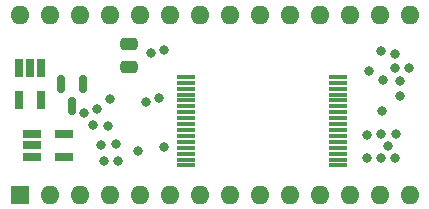
<source format=gbr>
%TF.GenerationSoftware,KiCad,Pcbnew,7.0.5-7.0.5~ubuntu20.04.1*%
%TF.CreationDate,2023-07-18T12:44:14+02:00*%
%TF.ProjectId,EpromEMU_BOT,4570726f-6d45-44d5-955f-424f542e6b69,rev?*%
%TF.SameCoordinates,Original*%
%TF.FileFunction,Soldermask,Top*%
%TF.FilePolarity,Negative*%
%FSLAX46Y46*%
G04 Gerber Fmt 4.6, Leading zero omitted, Abs format (unit mm)*
G04 Created by KiCad (PCBNEW 7.0.5-7.0.5~ubuntu20.04.1) date 2023-07-18 12:44:14*
%MOMM*%
%LPD*%
G01*
G04 APERTURE LIST*
G04 Aperture macros list*
%AMRoundRect*
0 Rectangle with rounded corners*
0 $1 Rounding radius*
0 $2 $3 $4 $5 $6 $7 $8 $9 X,Y pos of 4 corners*
0 Add a 4 corners polygon primitive as box body*
4,1,4,$2,$3,$4,$5,$6,$7,$8,$9,$2,$3,0*
0 Add four circle primitives for the rounded corners*
1,1,$1+$1,$2,$3*
1,1,$1+$1,$4,$5*
1,1,$1+$1,$6,$7*
1,1,$1+$1,$8,$9*
0 Add four rect primitives between the rounded corners*
20,1,$1+$1,$2,$3,$4,$5,0*
20,1,$1+$1,$4,$5,$6,$7,0*
20,1,$1+$1,$6,$7,$8,$9,0*
20,1,$1+$1,$8,$9,$2,$3,0*%
G04 Aperture macros list end*
%ADD10C,0.800000*%
%ADD11RoundRect,0.150000X-0.150000X0.587500X-0.150000X-0.587500X0.150000X-0.587500X0.150000X0.587500X0*%
%ADD12R,1.560000X0.650000*%
%ADD13R,0.650000X1.560000*%
%ADD14RoundRect,0.075000X0.700000X0.075000X-0.700000X0.075000X-0.700000X-0.075000X0.700000X-0.075000X0*%
%ADD15R,1.600000X1.600000*%
%ADD16O,1.600000X1.600000*%
%ADD17RoundRect,0.250000X0.475000X-0.250000X0.475000X0.250000X-0.475000X0.250000X-0.475000X-0.250000X0*%
G04 APERTURE END LIST*
D10*
%TO.C,J40*%
X111658400Y-95123000D03*
%TD*%
D11*
%TO.C,D1*%
X107020400Y-89463400D03*
X105120400Y-89463400D03*
X106070400Y-91338400D03*
%TD*%
D12*
%TO.C,U3*%
X102688400Y-93715800D03*
X102688400Y-94665800D03*
X102688400Y-95615800D03*
X105388400Y-95615800D03*
X105388400Y-93715800D03*
%TD*%
D13*
%TO.C,U1*%
X103489800Y-88134200D03*
X102539800Y-88134200D03*
X101589800Y-88134200D03*
X101589800Y-90834200D03*
X103489800Y-90834200D03*
%TD*%
D10*
%TO.C,J34*%
X113893600Y-86563200D03*
%TD*%
D14*
%TO.C,U2*%
X115718120Y-96366600D03*
X115718120Y-95866600D03*
X115718120Y-95366600D03*
X115718120Y-94866600D03*
X115718120Y-94366600D03*
X115718120Y-93866600D03*
X115718120Y-93366600D03*
X115718120Y-92866600D03*
X115718120Y-92366600D03*
X115718120Y-91866600D03*
X115718120Y-91366600D03*
X115718120Y-90866600D03*
X115718120Y-90366600D03*
X115718120Y-89866600D03*
X115718120Y-89366600D03*
X115718120Y-88866600D03*
X128568120Y-88866600D03*
X128568120Y-89366600D03*
X128568120Y-89866600D03*
X128568120Y-90366600D03*
X128568120Y-90866600D03*
X128568120Y-91366600D03*
X128568120Y-91866600D03*
X128568120Y-92366600D03*
X128568120Y-92866600D03*
X128568120Y-93366600D03*
X128568120Y-93866600D03*
X128568120Y-94366600D03*
X128568120Y-94866600D03*
X128568120Y-95366600D03*
X128568120Y-95866600D03*
X128568120Y-96366600D03*
%TD*%
D10*
%TO.C,J2*%
X107111800Y-91948000D03*
%TD*%
%TO.C,J32*%
X113436400Y-90652600D03*
%TD*%
%TO.C,J31*%
X113868200Y-94843600D03*
%TD*%
D15*
%TO.C,U7*%
X101650800Y-98831400D03*
D16*
X104190800Y-98831400D03*
X106730800Y-98831400D03*
X109270800Y-98831400D03*
X111810800Y-98831400D03*
X114350800Y-98831400D03*
X116890800Y-98831400D03*
X119430800Y-98831400D03*
X121970800Y-98831400D03*
X124510800Y-98831400D03*
X127050800Y-98831400D03*
X129590800Y-98831400D03*
X132130800Y-98831400D03*
X134670800Y-98831400D03*
X134670800Y-83591400D03*
X132130800Y-83591400D03*
X129590800Y-83591400D03*
X127050800Y-83591400D03*
X124510800Y-83591400D03*
X121970800Y-83591400D03*
X119430800Y-83591400D03*
X116890800Y-83591400D03*
X114350800Y-83591400D03*
X111810800Y-83591400D03*
X109270800Y-83591400D03*
X106730800Y-83591400D03*
X104190800Y-83591400D03*
X101650800Y-83591400D03*
%TD*%
D10*
%TO.C,J6*%
X132257800Y-95732600D03*
%TD*%
%TO.C,J18*%
X133883400Y-89230200D03*
%TD*%
%TO.C,J33*%
X112318800Y-91033600D03*
%TD*%
%TO.C,J5*%
X131089400Y-95732600D03*
%TD*%
%TO.C,J27*%
X108199200Y-91567000D03*
%TD*%
%TO.C,J19*%
X133883400Y-90449400D03*
%TD*%
%TO.C,J16*%
X134645400Y-88087200D03*
%TD*%
%TO.C,J7*%
X132867400Y-94716600D03*
%TD*%
%TO.C,J21*%
X108762800Y-96012000D03*
%TD*%
%TO.C,J1*%
X133426200Y-95758000D03*
%TD*%
%TO.C,J10*%
X133477000Y-93700600D03*
%TD*%
%TO.C,J20*%
X109982000Y-96023800D03*
%TD*%
%TO.C,J23*%
X108508800Y-94640400D03*
%TD*%
D17*
%TO.C,C4*%
X110896400Y-86121200D03*
X110896400Y-88021200D03*
%TD*%
D10*
%TO.C,J11*%
X132308600Y-91795600D03*
%TD*%
%TO.C,J30*%
X112776000Y-86868000D03*
%TD*%
%TO.C,J22*%
X109778800Y-94513400D03*
%TD*%
%TO.C,J25*%
X107899200Y-92964000D03*
%TD*%
%TO.C,J8*%
X131038600Y-93751400D03*
%TD*%
%TO.C,J17*%
X132384800Y-89103200D03*
%TD*%
%TO.C,J24*%
X109143800Y-92989400D03*
%TD*%
%TO.C,J12*%
X131267200Y-88392000D03*
%TD*%
%TO.C,J15*%
X133451600Y-86944200D03*
%TD*%
%TO.C,J14*%
X132283200Y-86715600D03*
%TD*%
%TO.C,J9*%
X132232400Y-93726000D03*
%TD*%
%TO.C,J13*%
X133451600Y-88112600D03*
%TD*%
%TO.C,J26*%
X109267600Y-90779600D03*
%TD*%
M02*

</source>
